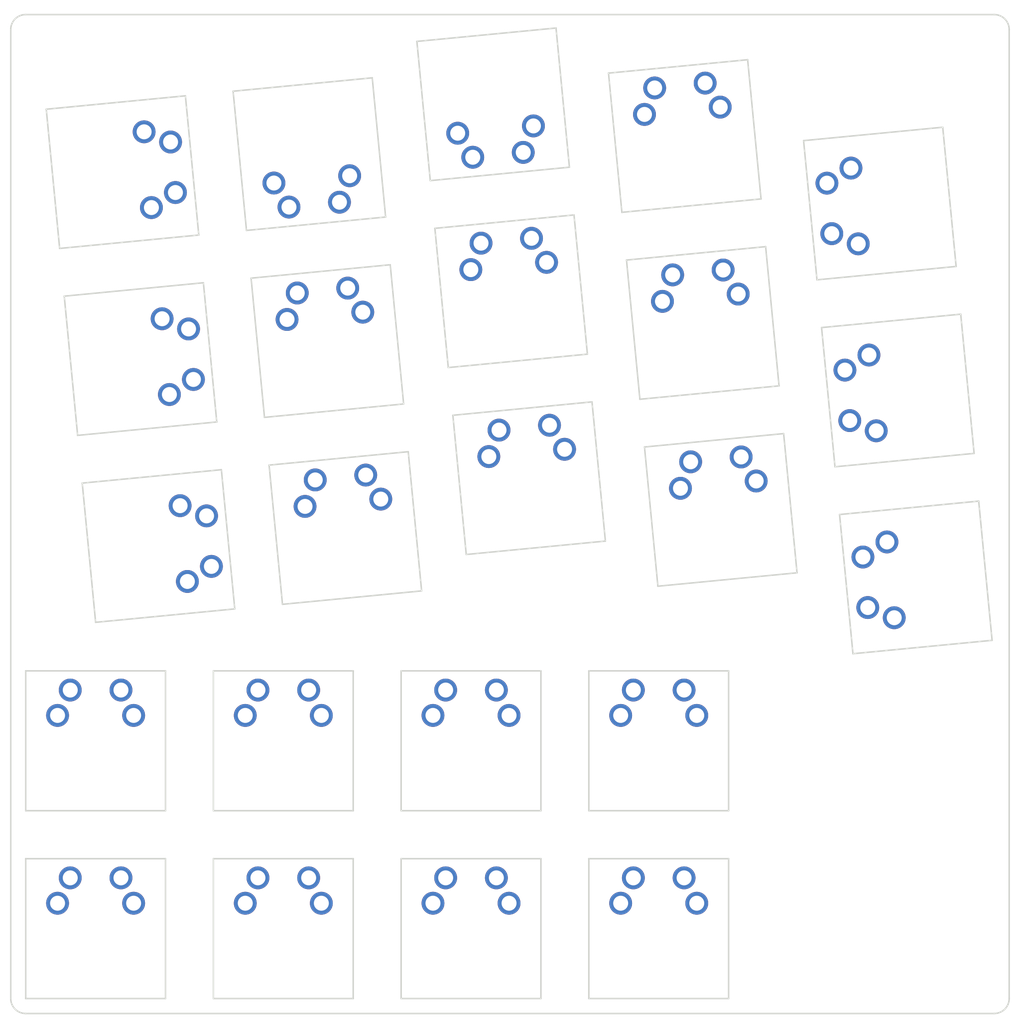
<source format=kicad_pcb>
(kicad_pcb (version 20171130) (host pcbnew 5.1.6)
  (title_block (title mitosis-top-plate) (rev v1.0.0) (company Unknown))
  (layers (0 F.Cu signal) (31 B.Cu signal) (34 B.Paste user) (35 F.Paste user) (36 B.SilkS user) (37 F.SilkS user) (38 B.Mask user) (39 F.Mask user) (44 Edge.Cuts user))
  (net 0 "")
  (net 1 "GND")
  (net 2 "t_c1_r1")
  (net 3 "t_c1_r2")
  (net 4 "t_c2_r1")
  (net 5 "t_c2_r2")
  (net 6 "t_c3_r1")
  (net 7 "t_c3_r2")
  (net 8 "t_c4_r1")
  (net 9 "t_c4_r2")
  (net 10 "m_c1_r1")
  (net 11 "m_c1_r2")
  (net 12 "m_c1_r3")
  (net 13 "m_c2_r1")
  (net 14 "m_c2_r2")
  (net 15 "m_c2_r3")
  (net 16 "m_c3_r1")
  (net 17 "m_c3_r2")
  (net 18 "m_c3_r3")
  (net 19 "m_c4_r1")
  (net 20 "m_c4_r2")
  (net 21 "m_c4_r3")
  (net 22 "m_c5_r1")
  (net 23 "m_c5_r2")
  (net 24 "m_c5_r3")
  (module MX (layer F.Cu) (at 8.5 -8.5 0)
    (fp_text reference "S1" hide)
    (fp_text value "" hide)
    (pad "" np_thru_hole circle (at 0 0) (size 3.9878 3.9878) (drill 3.9878) (layers *.Cu *.Mask))
    (pad "" np_thru_hole circle (at 5.08 0) (size 1.7018 1.7018) (drill 1.7018) (layers *.Cu *.Mask))
    (pad "" np_thru_hole circle (at -5.08 0) (size 1.7018 1.7018) (drill 1.7018) (layers *.Cu *.Mask))
    (pad 1 thru_hole circle (at 2.54 -5.08) (size 2.286 2.286) (drill 1.4986) (layers *.Cu *.Mask) (net 1 "GND"))
    (pad 2 thru_hole circle (at -3.81 -2.54) (size 2.286 2.286) (drill 1.4986) (layers *.Cu *.Mask) (net 2 "t_c1_r1"))
    (pad 1 thru_hole circle (at -2.54 -5.08) (size 2.286 2.286) (drill 1.4986) (layers *.Cu *.Mask) (net 1 "GND"))
    (pad 2 thru_hole circle (at 3.81 -2.54) (size 2.286 2.286) (drill 1.4986) (layers *.Cu *.Mask) (net 2 "t_c1_r1"))
  )
  (module MX (layer F.Cu) (at 8.5 -27.3 0)
    (fp_text reference "S2" hide)
    (fp_text value "" hide)
    (pad "" np_thru_hole circle (at 0 0) (size 3.9878 3.9878) (drill 3.9878) (layers *.Cu *.Mask))
    (pad "" np_thru_hole circle (at 5.08 0) (size 1.7018 1.7018) (drill 1.7018) (layers *.Cu *.Mask))
    (pad "" np_thru_hole circle (at -5.08 0) (size 1.7018 1.7018) (drill 1.7018) (layers *.Cu *.Mask))
    (pad 1 thru_hole circle (at 2.54 -5.08) (size 2.286 2.286) (drill 1.4986) (layers *.Cu *.Mask) (net 1 "GND"))
    (pad 2 thru_hole circle (at -3.81 -2.54) (size 2.286 2.286) (drill 1.4986) (layers *.Cu *.Mask) (net 3 "t_c1_r2"))
    (pad 1 thru_hole circle (at -2.54 -5.08) (size 2.286 2.286) (drill 1.4986) (layers *.Cu *.Mask) (net 1 "GND"))
    (pad 2 thru_hole circle (at 3.81 -2.54) (size 2.286 2.286) (drill 1.4986) (layers *.Cu *.Mask) (net 3 "t_c1_r2"))
  )
  (module MX (layer F.Cu) (at 27.3 -8.5 0)
    (fp_text reference "S3" hide)
    (fp_text value "" hide)
    (pad "" np_thru_hole circle (at 0 0) (size 3.9878 3.9878) (drill 3.9878) (layers *.Cu *.Mask))
    (pad "" np_thru_hole circle (at 5.08 0) (size 1.7018 1.7018) (drill 1.7018) (layers *.Cu *.Mask))
    (pad "" np_thru_hole circle (at -5.08 0) (size 1.7018 1.7018) (drill 1.7018) (layers *.Cu *.Mask))
    (pad 1 thru_hole circle (at 2.54 -5.08) (size 2.286 2.286) (drill 1.4986) (layers *.Cu *.Mask) (net 1 "GND"))
    (pad 2 thru_hole circle (at -3.81 -2.54) (size 2.286 2.286) (drill 1.4986) (layers *.Cu *.Mask) (net 4 "t_c2_r1"))
    (pad 1 thru_hole circle (at -2.54 -5.08) (size 2.286 2.286) (drill 1.4986) (layers *.Cu *.Mask) (net 1 "GND"))
    (pad 2 thru_hole circle (at 3.81 -2.54) (size 2.286 2.286) (drill 1.4986) (layers *.Cu *.Mask) (net 4 "t_c2_r1"))
  )
  (module MX (layer F.Cu) (at 27.3 -27.3 0)
    (fp_text reference "S4" hide)
    (fp_text value "" hide)
    (pad "" np_thru_hole circle (at 0 0) (size 3.9878 3.9878) (drill 3.9878) (layers *.Cu *.Mask))
    (pad "" np_thru_hole circle (at 5.08 0) (size 1.7018 1.7018) (drill 1.7018) (layers *.Cu *.Mask))
    (pad "" np_thru_hole circle (at -5.08 0) (size 1.7018 1.7018) (drill 1.7018) (layers *.Cu *.Mask))
    (pad 1 thru_hole circle (at 2.54 -5.08) (size 2.286 2.286) (drill 1.4986) (layers *.Cu *.Mask) (net 1 "GND"))
    (pad 2 thru_hole circle (at -3.81 -2.54) (size 2.286 2.286) (drill 1.4986) (layers *.Cu *.Mask) (net 5 "t_c2_r2"))
    (pad 1 thru_hole circle (at -2.54 -5.08) (size 2.286 2.286) (drill 1.4986) (layers *.Cu *.Mask) (net 1 "GND"))
    (pad 2 thru_hole circle (at 3.81 -2.54) (size 2.286 2.286) (drill 1.4986) (layers *.Cu *.Mask) (net 5 "t_c2_r2"))
  )
  (module MX (layer F.Cu) (at 46.1 -8.5 0)
    (fp_text reference "S5" hide)
    (fp_text value "" hide)
    (pad "" np_thru_hole circle (at 0 0) (size 3.9878 3.9878) (drill 3.9878) (layers *.Cu *.Mask))
    (pad "" np_thru_hole circle (at 5.08 0) (size 1.7018 1.7018) (drill 1.7018) (layers *.Cu *.Mask))
    (pad "" np_thru_hole circle (at -5.08 0) (size 1.7018 1.7018) (drill 1.7018) (layers *.Cu *.Mask))
    (pad 1 thru_hole circle (at 2.54 -5.08) (size 2.286 2.286) (drill 1.4986) (layers *.Cu *.Mask) (net 1 "GND"))
    (pad 2 thru_hole circle (at -3.81 -2.54) (size 2.286 2.286) (drill 1.4986) (layers *.Cu *.Mask) (net 6 "t_c3_r1"))
    (pad 1 thru_hole circle (at -2.54 -5.08) (size 2.286 2.286) (drill 1.4986) (layers *.Cu *.Mask) (net 1 "GND"))
    (pad 2 thru_hole circle (at 3.81 -2.54) (size 2.286 2.286) (drill 1.4986) (layers *.Cu *.Mask) (net 6 "t_c3_r1"))
  )
  (module MX (layer F.Cu) (at 46.1 -27.3 0)
    (fp_text reference "S6" hide)
    (fp_text value "" hide)
    (pad "" np_thru_hole circle (at 0 0) (size 3.9878 3.9878) (drill 3.9878) (layers *.Cu *.Mask))
    (pad "" np_thru_hole circle (at 5.08 0) (size 1.7018 1.7018) (drill 1.7018) (layers *.Cu *.Mask))
    (pad "" np_thru_hole circle (at -5.08 0) (size 1.7018 1.7018) (drill 1.7018) (layers *.Cu *.Mask))
    (pad 1 thru_hole circle (at 2.54 -5.08) (size 2.286 2.286) (drill 1.4986) (layers *.Cu *.Mask) (net 1 "GND"))
    (pad 2 thru_hole circle (at -3.81 -2.54) (size 2.286 2.286) (drill 1.4986) (layers *.Cu *.Mask) (net 7 "t_c3_r2"))
    (pad 1 thru_hole circle (at -2.54 -5.08) (size 2.286 2.286) (drill 1.4986) (layers *.Cu *.Mask) (net 1 "GND"))
    (pad 2 thru_hole circle (at 3.81 -2.54) (size 2.286 2.286) (drill 1.4986) (layers *.Cu *.Mask) (net 7 "t_c3_r2"))
  )
  (module MX (layer F.Cu) (at 64.9 -8.5 0)
    (fp_text reference "S7" hide)
    (fp_text value "" hide)
    (pad "" np_thru_hole circle (at 0 0) (size 3.9878 3.9878) (drill 3.9878) (layers *.Cu *.Mask))
    (pad "" np_thru_hole circle (at 5.08 0) (size 1.7018 1.7018) (drill 1.7018) (layers *.Cu *.Mask))
    (pad "" np_thru_hole circle (at -5.08 0) (size 1.7018 1.7018) (drill 1.7018) (layers *.Cu *.Mask))
    (pad 1 thru_hole circle (at 2.54 -5.08) (size 2.286 2.286) (drill 1.4986) (layers *.Cu *.Mask) (net 1 "GND"))
    (pad 2 thru_hole circle (at -3.81 -2.54) (size 2.286 2.286) (drill 1.4986) (layers *.Cu *.Mask) (net 8 "t_c4_r1"))
    (pad 1 thru_hole circle (at -2.54 -5.08) (size 2.286 2.286) (drill 1.4986) (layers *.Cu *.Mask) (net 1 "GND"))
    (pad 2 thru_hole circle (at 3.81 -2.54) (size 2.286 2.286) (drill 1.4986) (layers *.Cu *.Mask) (net 8 "t_c4_r1"))
  )
  (module MX (layer F.Cu) (at 64.9 -27.3 0)
    (fp_text reference "S8" hide)
    (fp_text value "" hide)
    (pad "" np_thru_hole circle (at 0 0) (size 3.9878 3.9878) (drill 3.9878) (layers *.Cu *.Mask))
    (pad "" np_thru_hole circle (at 5.08 0) (size 1.7018 1.7018) (drill 1.7018) (layers *.Cu *.Mask))
    (pad "" np_thru_hole circle (at -5.08 0) (size 1.7018 1.7018) (drill 1.7018) (layers *.Cu *.Mask))
    (pad 1 thru_hole circle (at 2.54 -5.08) (size 2.286 2.286) (drill 1.4986) (layers *.Cu *.Mask) (net 1 "GND"))
    (pad 2 thru_hole circle (at -3.81 -2.54) (size 2.286 2.286) (drill 1.4986) (layers *.Cu *.Mask) (net 9 "t_c4_r2"))
    (pad 1 thru_hole circle (at -2.54 -5.08) (size 2.286 2.286) (drill 1.4986) (layers *.Cu *.Mask) (net 1 "GND"))
    (pad 2 thru_hole circle (at 3.81 -2.54) (size 2.286 2.286) (drill 1.4986) (layers *.Cu *.Mask) (net 9 "t_c4_r2"))
  )
  (module MX (layer F.Cu) (at 14.8 -46.8 -84.5)
    (fp_text reference "S9" hide)
    (fp_text value "" hide)
    (pad "" np_thru_hole circle (at 0 0) (size 3.9878 3.9878) (drill 3.9878) (layers *.Cu *.Mask))
    (pad "" np_thru_hole circle (at 5.08 0) (size 1.7018 1.7018) (drill 1.7018) (layers *.Cu *.Mask))
    (pad "" np_thru_hole circle (at -5.08 0) (size 1.7018 1.7018) (drill 1.7018) (layers *.Cu *.Mask))
    (pad 1 thru_hole circle (at 2.54 -5.08) (size 2.286 2.286) (drill 1.4986) (layers *.Cu *.Mask) (net 1 "GND"))
    (pad 2 thru_hole circle (at -3.81 -2.54) (size 2.286 2.286) (drill 1.4986) (layers *.Cu *.Mask) (net 10 "m_c1_r1"))
    (pad 1 thru_hole circle (at -2.54 -5.08) (size 2.286 2.286) (drill 1.4986) (layers *.Cu *.Mask) (net 1 "GND"))
    (pad 2 thru_hole circle (at 3.81 -2.54) (size 2.286 2.286) (drill 1.4986) (layers *.Cu *.Mask) (net 10 "m_c1_r1"))
  )
  (module MX (layer F.Cu) (at 12.998099900000001 -65.5134485 -84.5)
    (fp_text reference "S10" hide)
    (fp_text value "" hide)
    (pad "" np_thru_hole circle (at 0 0) (size 3.9878 3.9878) (drill 3.9878) (layers *.Cu *.Mask))
    (pad "" np_thru_hole circle (at 5.08 0) (size 1.7018 1.7018) (drill 1.7018) (layers *.Cu *.Mask))
    (pad "" np_thru_hole circle (at -5.08 0) (size 1.7018 1.7018) (drill 1.7018) (layers *.Cu *.Mask))
    (pad 1 thru_hole circle (at 2.54 -5.08) (size 2.286 2.286) (drill 1.4986) (layers *.Cu *.Mask) (net 1 "GND"))
    (pad 2 thru_hole circle (at -3.81 -2.54) (size 2.286 2.286) (drill 1.4986) (layers *.Cu *.Mask) (net 11 "m_c1_r2"))
    (pad 1 thru_hole circle (at -2.54 -5.08) (size 2.286 2.286) (drill 1.4986) (layers *.Cu *.Mask) (net 1 "GND"))
    (pad 2 thru_hole circle (at 3.81 -2.54) (size 2.286 2.286) (drill 1.4986) (layers *.Cu *.Mask) (net 11 "m_c1_r2"))
  )
  (module MX (layer F.Cu) (at 11.196199700000001 -84.2268971 -84.5)
    (fp_text reference "S11" hide)
    (fp_text value "" hide)
    (pad "" np_thru_hole circle (at 0 0) (size 3.9878 3.9878) (drill 3.9878) (layers *.Cu *.Mask))
    (pad "" np_thru_hole circle (at 5.08 0) (size 1.7018 1.7018) (drill 1.7018) (layers *.Cu *.Mask))
    (pad "" np_thru_hole circle (at -5.08 0) (size 1.7018 1.7018) (drill 1.7018) (layers *.Cu *.Mask))
    (pad 1 thru_hole circle (at 2.54 -5.08) (size 2.286 2.286) (drill 1.4986) (layers *.Cu *.Mask) (net 1 "GND"))
    (pad 2 thru_hole circle (at -3.81 -2.54) (size 2.286 2.286) (drill 1.4986) (layers *.Cu *.Mask) (net 12 "m_c1_r3"))
    (pad 1 thru_hole circle (at -2.54 -5.08) (size 2.286 2.286) (drill 1.4986) (layers *.Cu *.Mask) (net 1 "GND"))
    (pad 2 thru_hole circle (at 3.81 -2.54) (size 2.286 2.286) (drill 1.4986) (layers *.Cu *.Mask) (net 12 "m_c1_r3"))
  )
  (module MX (layer F.Cu) (at 33.513448499999996 -48.601900099999995 5.5)
    (fp_text reference "S12" hide)
    (fp_text value "" hide)
    (pad "" np_thru_hole circle (at 0 0) (size 3.9878 3.9878) (drill 3.9878) (layers *.Cu *.Mask))
    (pad "" np_thru_hole circle (at 5.08 0) (size 1.7018 1.7018) (drill 1.7018) (layers *.Cu *.Mask))
    (pad "" np_thru_hole circle (at -5.08 0) (size 1.7018 1.7018) (drill 1.7018) (layers *.Cu *.Mask))
    (pad 1 thru_hole circle (at 2.54 -5.08) (size 2.286 2.286) (drill 1.4986) (layers *.Cu *.Mask) (net 1 "GND"))
    (pad 2 thru_hole circle (at -3.81 -2.54) (size 2.286 2.286) (drill 1.4986) (layers *.Cu *.Mask) (net 13 "m_c2_r1"))
    (pad 1 thru_hole circle (at -2.54 -5.08) (size 2.286 2.286) (drill 1.4986) (layers *.Cu *.Mask) (net 1 "GND"))
    (pad 2 thru_hole circle (at 3.81 -2.54) (size 2.286 2.286) (drill 1.4986) (layers *.Cu *.Mask) (net 13 "m_c2_r1"))
  )
  (module MX (layer F.Cu) (at 31.7115484 -67.3153487 5.5)
    (fp_text reference "S13" hide)
    (fp_text value "" hide)
    (pad "" np_thru_hole circle (at 0 0) (size 3.9878 3.9878) (drill 3.9878) (layers *.Cu *.Mask))
    (pad "" np_thru_hole circle (at 5.08 0) (size 1.7018 1.7018) (drill 1.7018) (layers *.Cu *.Mask))
    (pad "" np_thru_hole circle (at -5.08 0) (size 1.7018 1.7018) (drill 1.7018) (layers *.Cu *.Mask))
    (pad 1 thru_hole circle (at 2.54 -5.08) (size 2.286 2.286) (drill 1.4986) (layers *.Cu *.Mask) (net 1 "GND"))
    (pad 2 thru_hole circle (at -3.81 -2.54) (size 2.286 2.286) (drill 1.4986) (layers *.Cu *.Mask) (net 14 "m_c2_r2"))
    (pad 1 thru_hole circle (at -2.54 -5.08) (size 2.286 2.286) (drill 1.4986) (layers *.Cu *.Mask) (net 1 "GND"))
    (pad 2 thru_hole circle (at 3.81 -2.54) (size 2.286 2.286) (drill 1.4986) (layers *.Cu *.Mask) (net 14 "m_c2_r2"))
  )
  (module MX (layer F.Cu) (at 29.9096482 -86.0287972 185.5)
    (fp_text reference "S14" hide)
    (fp_text value "" hide)
    (pad "" np_thru_hole circle (at 0 0) (size 3.9878 3.9878) (drill 3.9878) (layers *.Cu *.Mask))
    (pad "" np_thru_hole circle (at 5.08 0) (size 1.7018 1.7018) (drill 1.7018) (layers *.Cu *.Mask))
    (pad "" np_thru_hole circle (at -5.08 0) (size 1.7018 1.7018) (drill 1.7018) (layers *.Cu *.Mask))
    (pad 1 thru_hole circle (at 2.54 -5.08) (size 2.286 2.286) (drill 1.4986) (layers *.Cu *.Mask) (net 1 "GND"))
    (pad 2 thru_hole circle (at -3.81 -2.54) (size 2.286 2.286) (drill 1.4986) (layers *.Cu *.Mask) (net 15 "m_c2_r3"))
    (pad 1 thru_hole circle (at -2.54 -5.08) (size 2.286 2.286) (drill 1.4986) (layers *.Cu *.Mask) (net 1 "GND"))
    (pad 2 thru_hole circle (at 3.81 -2.54) (size 2.286 2.286) (drill 1.4986) (layers *.Cu *.Mask) (net 15 "m_c2_r3"))
  )
  (module MX (layer F.Cu) (at 51.920190700000006 -53.5890681 5.5)
    (fp_text reference "S15" hide)
    (fp_text value "" hide)
    (pad "" np_thru_hole circle (at 0 0) (size 3.9878 3.9878) (drill 3.9878) (layers *.Cu *.Mask))
    (pad "" np_thru_hole circle (at 5.08 0) (size 1.7018 1.7018) (drill 1.7018) (layers *.Cu *.Mask))
    (pad "" np_thru_hole circle (at -5.08 0) (size 1.7018 1.7018) (drill 1.7018) (layers *.Cu *.Mask))
    (pad 1 thru_hole circle (at 2.54 -5.08) (size 2.286 2.286) (drill 1.4986) (layers *.Cu *.Mask) (net 1 "GND"))
    (pad 2 thru_hole circle (at -3.81 -2.54) (size 2.286 2.286) (drill 1.4986) (layers *.Cu *.Mask) (net 16 "m_c3_r1"))
    (pad 1 thru_hole circle (at -2.54 -5.08) (size 2.286 2.286) (drill 1.4986) (layers *.Cu *.Mask) (net 1 "GND"))
    (pad 2 thru_hole circle (at 3.81 -2.54) (size 2.286 2.286) (drill 1.4986) (layers *.Cu *.Mask) (net 16 "m_c3_r1"))
  )
  (module MX (layer F.Cu) (at 50.1182905 -72.3025167 5.5)
    (fp_text reference "S16" hide)
    (fp_text value "" hide)
    (pad "" np_thru_hole circle (at 0 0) (size 3.9878 3.9878) (drill 3.9878) (layers *.Cu *.Mask))
    (pad "" np_thru_hole circle (at 5.08 0) (size 1.7018 1.7018) (drill 1.7018) (layers *.Cu *.Mask))
    (pad "" np_thru_hole circle (at -5.08 0) (size 1.7018 1.7018) (drill 1.7018) (layers *.Cu *.Mask))
    (pad 1 thru_hole circle (at 2.54 -5.08) (size 2.286 2.286) (drill 1.4986) (layers *.Cu *.Mask) (net 1 "GND"))
    (pad 2 thru_hole circle (at -3.81 -2.54) (size 2.286 2.286) (drill 1.4986) (layers *.Cu *.Mask) (net 17 "m_c3_r2"))
    (pad 1 thru_hole circle (at -2.54 -5.08) (size 2.286 2.286) (drill 1.4986) (layers *.Cu *.Mask) (net 1 "GND"))
    (pad 2 thru_hole circle (at 3.81 -2.54) (size 2.286 2.286) (drill 1.4986) (layers *.Cu *.Mask) (net 17 "m_c3_r2"))
  )
  (module MX (layer F.Cu) (at 48.3163904 -91.0159652 185.5)
    (fp_text reference "S17" hide)
    (fp_text value "" hide)
    (pad "" np_thru_hole circle (at 0 0) (size 3.9878 3.9878) (drill 3.9878) (layers *.Cu *.Mask))
    (pad "" np_thru_hole circle (at 5.08 0) (size 1.7018 1.7018) (drill 1.7018) (layers *.Cu *.Mask))
    (pad "" np_thru_hole circle (at -5.08 0) (size 1.7018 1.7018) (drill 1.7018) (layers *.Cu *.Mask))
    (pad 1 thru_hole circle (at 2.54 -5.08) (size 2.286 2.286) (drill 1.4986) (layers *.Cu *.Mask) (net 1 "GND"))
    (pad 2 thru_hole circle (at -3.81 -2.54) (size 2.286 2.286) (drill 1.4986) (layers *.Cu *.Mask) (net 18 "m_c3_r3"))
    (pad 1 thru_hole circle (at -2.54 -5.08) (size 2.286 2.286) (drill 1.4986) (layers *.Cu *.Mask) (net 1 "GND"))
    (pad 2 thru_hole circle (at 3.81 -2.54) (size 2.286 2.286) (drill 1.4986) (layers *.Cu *.Mask) (net 18 "m_c3_r3"))
  )
  (module MX (layer F.Cu) (at 71.1128679 -50.413987299999995 5.5)
    (fp_text reference "S18" hide)
    (fp_text value "" hide)
    (pad "" np_thru_hole circle (at 0 0) (size 3.9878 3.9878) (drill 3.9878) (layers *.Cu *.Mask))
    (pad "" np_thru_hole circle (at 5.08 0) (size 1.7018 1.7018) (drill 1.7018) (layers *.Cu *.Mask))
    (pad "" np_thru_hole circle (at -5.08 0) (size 1.7018 1.7018) (drill 1.7018) (layers *.Cu *.Mask))
    (pad 1 thru_hole circle (at 2.54 -5.08) (size 2.286 2.286) (drill 1.4986) (layers *.Cu *.Mask) (net 1 "GND"))
    (pad 2 thru_hole circle (at -3.81 -2.54) (size 2.286 2.286) (drill 1.4986) (layers *.Cu *.Mask) (net 19 "m_c4_r1"))
    (pad 1 thru_hole circle (at -2.54 -5.08) (size 2.286 2.286) (drill 1.4986) (layers *.Cu *.Mask) (net 1 "GND"))
    (pad 2 thru_hole circle (at 3.81 -2.54) (size 2.286 2.286) (drill 1.4986) (layers *.Cu *.Mask) (net 19 "m_c4_r1"))
  )
  (module MX (layer F.Cu) (at 69.3109678 -69.1274358 5.5)
    (fp_text reference "S19" hide)
    (fp_text value "" hide)
    (pad "" np_thru_hole circle (at 0 0) (size 3.9878 3.9878) (drill 3.9878) (layers *.Cu *.Mask))
    (pad "" np_thru_hole circle (at 5.08 0) (size 1.7018 1.7018) (drill 1.7018) (layers *.Cu *.Mask))
    (pad "" np_thru_hole circle (at -5.08 0) (size 1.7018 1.7018) (drill 1.7018) (layers *.Cu *.Mask))
    (pad 1 thru_hole circle (at 2.54 -5.08) (size 2.286 2.286) (drill 1.4986) (layers *.Cu *.Mask) (net 1 "GND"))
    (pad 2 thru_hole circle (at -3.81 -2.54) (size 2.286 2.286) (drill 1.4986) (layers *.Cu *.Mask) (net 20 "m_c4_r2"))
    (pad 1 thru_hole circle (at -2.54 -5.08) (size 2.286 2.286) (drill 1.4986) (layers *.Cu *.Mask) (net 1 "GND"))
    (pad 2 thru_hole circle (at 3.81 -2.54) (size 2.286 2.286) (drill 1.4986) (layers *.Cu *.Mask) (net 20 "m_c4_r2"))
  )
  (module MX (layer F.Cu) (at 67.5090676 -87.8408843 5.5)
    (fp_text reference "S20" hide)
    (fp_text value "" hide)
    (pad "" np_thru_hole circle (at 0 0) (size 3.9878 3.9878) (drill 3.9878) (layers *.Cu *.Mask))
    (pad "" np_thru_hole circle (at 5.08 0) (size 1.7018 1.7018) (drill 1.7018) (layers *.Cu *.Mask))
    (pad "" np_thru_hole circle (at -5.08 0) (size 1.7018 1.7018) (drill 1.7018) (layers *.Cu *.Mask))
    (pad 1 thru_hole circle (at 2.54 -5.08) (size 2.286 2.286) (drill 1.4986) (layers *.Cu *.Mask) (net 1 "GND"))
    (pad 2 thru_hole circle (at -3.81 -2.54) (size 2.286 2.286) (drill 1.4986) (layers *.Cu *.Mask) (net 21 "m_c4_r3"))
    (pad 1 thru_hole circle (at -2.54 -5.08) (size 2.286 2.286) (drill 1.4986) (layers *.Cu *.Mask) (net 1 "GND"))
    (pad 2 thru_hole circle (at 3.81 -2.54) (size 2.286 2.286) (drill 1.4986) (layers *.Cu *.Mask) (net 21 "m_c4_r3"))
  )
  (module MX (layer F.Cu) (at 90.6505899 -43.6554801 95.5)
    (fp_text reference "S21" hide)
    (fp_text value "" hide)
    (pad "" np_thru_hole circle (at 0 0) (size 3.9878 3.9878) (drill 3.9878) (layers *.Cu *.Mask))
    (pad "" np_thru_hole circle (at 5.08 0) (size 1.7018 1.7018) (drill 1.7018) (layers *.Cu *.Mask))
    (pad "" np_thru_hole circle (at -5.08 0) (size 1.7018 1.7018) (drill 1.7018) (layers *.Cu *.Mask))
    (pad 1 thru_hole circle (at 2.54 -5.08) (size 2.286 2.286) (drill 1.4986) (layers *.Cu *.Mask) (net 1 "GND"))
    (pad 2 thru_hole circle (at -3.81 -2.54) (size 2.286 2.286) (drill 1.4986) (layers *.Cu *.Mask) (net 22 "m_c5_r1"))
    (pad 1 thru_hole circle (at -2.54 -5.08) (size 2.286 2.286) (drill 1.4986) (layers *.Cu *.Mask) (net 1 "GND"))
    (pad 2 thru_hole circle (at 3.81 -2.54) (size 2.286 2.286) (drill 1.4986) (layers *.Cu *.Mask) (net 22 "m_c5_r1"))
  )
  (module MX (layer F.Cu) (at 88.8486898 -62.3689287 95.5)
    (fp_text reference "S22" hide)
    (fp_text value "" hide)
    (pad "" np_thru_hole circle (at 0 0) (size 3.9878 3.9878) (drill 3.9878) (layers *.Cu *.Mask))
    (pad "" np_thru_hole circle (at 5.08 0) (size 1.7018 1.7018) (drill 1.7018) (layers *.Cu *.Mask))
    (pad "" np_thru_hole circle (at -5.08 0) (size 1.7018 1.7018) (drill 1.7018) (layers *.Cu *.Mask))
    (pad 1 thru_hole circle (at 2.54 -5.08) (size 2.286 2.286) (drill 1.4986) (layers *.Cu *.Mask) (net 1 "GND"))
    (pad 2 thru_hole circle (at -3.81 -2.54) (size 2.286 2.286) (drill 1.4986) (layers *.Cu *.Mask) (net 23 "m_c5_r2"))
    (pad 1 thru_hole circle (at -2.54 -5.08) (size 2.286 2.286) (drill 1.4986) (layers *.Cu *.Mask) (net 1 "GND"))
    (pad 2 thru_hole circle (at 3.81 -2.54) (size 2.286 2.286) (drill 1.4986) (layers *.Cu *.Mask) (net 23 "m_c5_r2"))
  )
  (module MX (layer F.Cu) (at 87.0467896 -81.0823772 95.5)
    (fp_text reference "S23" hide)
    (fp_text value "" hide)
    (pad "" np_thru_hole circle (at 0 0) (size 3.9878 3.9878) (drill 3.9878) (layers *.Cu *.Mask))
    (pad "" np_thru_hole circle (at 5.08 0) (size 1.7018 1.7018) (drill 1.7018) (layers *.Cu *.Mask))
    (pad "" np_thru_hole circle (at -5.08 0) (size 1.7018 1.7018) (drill 1.7018) (layers *.Cu *.Mask))
    (pad 1 thru_hole circle (at 2.54 -5.08) (size 2.286 2.286) (drill 1.4986) (layers *.Cu *.Mask) (net 1 "GND"))
    (pad 2 thru_hole circle (at -3.81 -2.54) (size 2.286 2.286) (drill 1.4986) (layers *.Cu *.Mask) (net 24 "m_c5_r3"))
    (pad 1 thru_hole circle (at -2.54 -5.08) (size 2.286 2.286) (drill 1.4986) (layers *.Cu *.Mask) (net 1 "GND"))
    (pad 2 thru_hole circle (at 3.81 -2.54) (size 2.286 2.286) (drill 1.4986) (layers *.Cu *.Mask) (net 24 "m_c5_r3"))
  )
  (footprint "MountingHole:MountingHole_2.2mm_M2" (layer "F.Cu") (at 2.5 -38 0)
    (pad "" np_thru_hole circle (at 0 0) (size 2.2 2.2) (drill 2.2) (layers *.Cu *.Mask))
  )
  (footprint "MountingHole:MountingHole_2.2mm_M2" (layer "F.Cu") (at 2.5 -97.5 0)
    (pad "" np_thru_hole circle (at 0 0) (size 2.2 2.2) (drill 2.2) (layers *.Cu *.Mask))
  )
  (footprint "MountingHole:MountingHole_2.2mm_M2" (layer "F.Cu") (at 97.5 -2.5 0)
    (pad "" np_thru_hole circle (at 0 0) (size 2.2 2.2) (drill 2.2) (layers *.Cu *.Mask))
  )
  (footprint "MountingHole:MountingHole_2.2mm_M2" (layer "F.Cu") (at 97.5 -97.5 0)
    (pad "" np_thru_hole circle (at 0 0) (size 2.2 2.2) (drill 2.2) (layers *.Cu *.Mask))
  )
  (gr_line (start 1.5 -1.5) (end 15.5 -1.5) (angle 90) (layer Edge.Cuts) (width 0.15))
  (gr_line (start 15.5 -1.5) (end 15.5 -15.5) (angle 90) (layer Edge.Cuts) (width 0.15))
  (gr_line (start 15.5 -15.5) (end 1.5 -15.5) (angle 90) (layer Edge.Cuts) (width 0.15))
  (gr_line (start 1.5 -15.5) (end 1.5 -1.5) (angle 90) (layer Edge.Cuts) (width 0.15))
  (gr_line (start 1.5 -20.3) (end 15.5 -20.3) (angle 90) (layer Edge.Cuts) (width 0.15))
  (gr_line (start 15.5 -20.3) (end 15.5 -34.3) (angle 90) (layer Edge.Cuts) (width 0.15))
  (gr_line (start 15.5 -34.3) (end 1.5 -34.3) (angle 90) (layer Edge.Cuts) (width 0.15))
  (gr_line (start 1.5 -34.3) (end 1.5 -20.3) (angle 90) (layer Edge.Cuts) (width 0.15))
  (gr_line (start 20.3 -1.5) (end 34.3 -1.5) (angle 90) (layer Edge.Cuts) (width 0.15))
  (gr_line (start 34.3 -1.5) (end 34.3 -15.5) (angle 90) (layer Edge.Cuts) (width 0.15))
  (gr_line (start 34.3 -15.5) (end 20.3 -15.5) (angle 90) (layer Edge.Cuts) (width 0.15))
  (gr_line (start 20.3 -15.5) (end 20.3 -1.5) (angle 90) (layer Edge.Cuts) (width 0.15))
  (gr_line (start 20.3 -20.3) (end 34.3 -20.3) (angle 90) (layer Edge.Cuts) (width 0.15))
  (gr_line (start 34.3 -20.3) (end 34.3 -34.3) (angle 90) (layer Edge.Cuts) (width 0.15))
  (gr_line (start 34.3 -34.3) (end 20.3 -34.3) (angle 90) (layer Edge.Cuts) (width 0.15))
  (gr_line (start 20.3 -34.3) (end 20.3 -20.3) (angle 90) (layer Edge.Cuts) (width 0.15))
  (gr_line (start 39.1 -1.5) (end 53.1 -1.5) (angle 90) (layer Edge.Cuts) (width 0.15))
  (gr_line (start 53.1 -1.5) (end 53.1 -15.5) (angle 90) (layer Edge.Cuts) (width 0.15))
  (gr_line (start 53.1 -15.5) (end 39.1 -15.5) (angle 90) (layer Edge.Cuts) (width 0.15))
  (gr_line (start 39.1 -15.5) (end 39.1 -1.5) (angle 90) (layer Edge.Cuts) (width 0.15))
  (gr_line (start 39.1 -20.3) (end 53.1 -20.3) (angle 90) (layer Edge.Cuts) (width 0.15))
  (gr_line (start 53.1 -20.3) (end 53.1 -34.3) (angle 90) (layer Edge.Cuts) (width 0.15))
  (gr_line (start 53.1 -34.3) (end 39.1 -34.3) (angle 90) (layer Edge.Cuts) (width 0.15))
  (gr_line (start 39.1 -34.3) (end 39.1 -20.3) (angle 90) (layer Edge.Cuts) (width 0.15))
  (gr_line (start 57.900000000000006 -1.5) (end 71.9 -1.5) (angle 90) (layer Edge.Cuts) (width 0.15))
  (gr_line (start 71.9 -1.5) (end 71.9 -15.5) (angle 90) (layer Edge.Cuts) (width 0.15))
  (gr_line (start 71.9 -15.5) (end 57.900000000000006 -15.5) (angle 90) (layer Edge.Cuts) (width 0.15))
  (gr_line (start 57.900000000000006 -15.5) (end 57.900000000000006 -1.5) (angle 90) (layer Edge.Cuts) (width 0.15))
  (gr_line (start 57.900000000000006 -20.3) (end 71.9 -20.3) (angle 90) (layer Edge.Cuts) (width 0.15))
  (gr_line (start 71.9 -20.3) (end 71.9 -34.3) (angle 90) (layer Edge.Cuts) (width 0.15))
  (gr_line (start 71.9 -34.3) (end 57.900000000000006 -34.3) (angle 90) (layer Edge.Cuts) (width 0.15))
  (gr_line (start 57.900000000000006 -34.3) (end 57.900000000000006 -20.3) (angle 90) (layer Edge.Cuts) (width 0.15))
  (gr_line (start 7.161306300000001 -53.0968531) (end 8.5031469 -39.1613063) (angle 90) (layer Edge.Cuts) (width 0.15))
  (gr_line (start 8.5031469 -39.1613063) (end 22.4386937 -40.5031469) (angle 90) (layer Edge.Cuts) (width 0.15))
  (gr_line (start 22.4386937 -40.5031469) (end 21.0968531 -54.4386937) (angle 90) (layer Edge.Cuts) (width 0.15))
  (gr_line (start 21.0968531 -54.4386937) (end 7.161306300000001 -53.0968531) (angle 90) (layer Edge.Cuts) (width 0.15))
  (gr_line (start 5.359406200000001 -71.8103016) (end 6.701246800000002 -57.8747548) (angle 90) (layer Edge.Cuts) (width 0.15))
  (gr_line (start 6.701246800000002 -57.8747548) (end 20.636793600000004 -59.216595399999996) (angle 90) (layer Edge.Cuts) (width 0.15))
  (gr_line (start 20.636793600000004 -59.216595399999996) (end 19.294953 -73.1521422) (angle 90) (layer Edge.Cuts) (width 0.15))
  (gr_line (start 19.294953 -73.1521422) (end 5.359406200000001 -71.8103016) (angle 90) (layer Edge.Cuts) (width 0.15))
  (gr_line (start 3.557506000000001 -90.5237502) (end 4.899346600000001 -76.5882034) (angle 90) (layer Edge.Cuts) (width 0.15))
  (gr_line (start 4.899346600000001 -76.5882034) (end 18.834893400000002 -77.93004400000001) (angle 90) (layer Edge.Cuts) (width 0.15))
  (gr_line (start 18.834893400000002 -77.93004400000001) (end 17.4930528 -91.8655908) (angle 90) (layer Edge.Cuts) (width 0.15))
  (gr_line (start 17.4930528 -91.8655908) (end 3.557506000000001 -90.5237502) (angle 90) (layer Edge.Cuts) (width 0.15))
  (gr_line (start 27.216595399999996 -40.9632064) (end 41.1521422 -42.305046999999995) (angle 90) (layer Edge.Cuts) (width 0.15))
  (gr_line (start 41.1521422 -42.305046999999995) (end 39.810301599999995 -56.2405938) (angle 90) (layer Edge.Cuts) (width 0.15))
  (gr_line (start 39.810301599999995 -56.2405938) (end 25.874754799999995 -54.898753199999994) (angle 90) (layer Edge.Cuts) (width 0.15))
  (gr_line (start 25.874754799999995 -54.898753199999994) (end 27.216595399999996 -40.9632064) (angle 90) (layer Edge.Cuts) (width 0.15))
  (gr_line (start 25.4146953 -59.676655000000004) (end 39.3502421 -61.0184956) (angle 90) (layer Edge.Cuts) (width 0.15))
  (gr_line (start 39.3502421 -61.0184956) (end 38.008401500000005 -74.9540424) (angle 90) (layer Edge.Cuts) (width 0.15))
  (gr_line (start 38.008401500000005 -74.9540424) (end 24.0728547 -73.61220180000001) (angle 90) (layer Edge.Cuts) (width 0.15))
  (gr_line (start 24.0728547 -73.61220180000001) (end 25.4146953 -59.676655000000004) (angle 90) (layer Edge.Cuts) (width 0.15))
  (gr_line (start 36.2065013 -93.6674909) (end 22.2709545 -92.3256503) (angle 90) (layer Edge.Cuts) (width 0.15))
  (gr_line (start 22.2709545 -92.3256503) (end 23.6127951 -78.3901035) (angle 90) (layer Edge.Cuts) (width 0.15))
  (gr_line (start 23.6127951 -78.3901035) (end 37.5483419 -79.73194409999999) (angle 90) (layer Edge.Cuts) (width 0.15))
  (gr_line (start 37.5483419 -79.73194409999999) (end 36.2065013 -93.6674909) (angle 90) (layer Edge.Cuts) (width 0.15))
  (gr_line (start 45.623337600000006 -45.9503744) (end 59.55888440000001 -47.292215) (angle 90) (layer Edge.Cuts) (width 0.15))
  (gr_line (start 59.55888440000001 -47.292215) (end 58.217043800000006 -61.227761799999996) (angle 90) (layer Edge.Cuts) (width 0.15))
  (gr_line (start 58.217043800000006 -61.227761799999996) (end 44.28149700000001 -59.8859212) (angle 90) (layer Edge.Cuts) (width 0.15))
  (gr_line (start 44.28149700000001 -59.8859212) (end 45.623337600000006 -45.9503744) (angle 90) (layer Edge.Cuts) (width 0.15))
  (gr_line (start 43.8214374 -64.663823) (end 57.756984200000005 -66.00566359999999) (angle 90) (layer Edge.Cuts) (width 0.15))
  (gr_line (start 57.756984200000005 -66.00566359999999) (end 56.4151436 -79.9412104) (angle 90) (layer Edge.Cuts) (width 0.15))
  (gr_line (start 56.4151436 -79.9412104) (end 42.4795968 -78.5993698) (angle 90) (layer Edge.Cuts) (width 0.15))
  (gr_line (start 42.4795968 -78.5993698) (end 43.8214374 -64.663823) (angle 90) (layer Edge.Cuts) (width 0.15))
  (gr_line (start 54.6132435 -98.6546589) (end 40.677696700000006 -97.3128183) (angle 90) (layer Edge.Cuts) (width 0.15))
  (gr_line (start 40.677696700000006 -97.3128183) (end 42.0195373 -83.37727149999999) (angle 90) (layer Edge.Cuts) (width 0.15))
  (gr_line (start 42.0195373 -83.37727149999999) (end 55.95508410000001 -84.71911209999999) (angle 90) (layer Edge.Cuts) (width 0.15))
  (gr_line (start 55.95508410000001 -84.71911209999999) (end 54.6132435 -98.6546589) (angle 90) (layer Edge.Cuts) (width 0.15))
  (gr_line (start 64.8160148 -42.7752936) (end 78.7515616 -44.117134199999995) (angle 90) (layer Edge.Cuts) (width 0.15))
  (gr_line (start 78.7515616 -44.117134199999995) (end 77.40972099999999 -58.05268099999999) (angle 90) (layer Edge.Cuts) (width 0.15))
  (gr_line (start 77.40972099999999 -58.05268099999999) (end 63.4741742 -56.710840399999995) (angle 90) (layer Edge.Cuts) (width 0.15))
  (gr_line (start 63.4741742 -56.710840399999995) (end 64.8160148 -42.7752936) (angle 90) (layer Edge.Cuts) (width 0.15))
  (gr_line (start 63.0141147 -61.4887421) (end 76.9496615 -62.8305827) (angle 90) (layer Edge.Cuts) (width 0.15))
  (gr_line (start 76.9496615 -62.8305827) (end 75.60782090000001 -76.7661295) (angle 90) (layer Edge.Cuts) (width 0.15))
  (gr_line (start 75.60782090000001 -76.7661295) (end 61.6722741 -75.4242889) (angle 90) (layer Edge.Cuts) (width 0.15))
  (gr_line (start 61.6722741 -75.4242889) (end 63.0141147 -61.4887421) (angle 90) (layer Edge.Cuts) (width 0.15))
  (gr_line (start 61.212214499999995 -80.2021906) (end 75.1477613 -81.5440312) (angle 90) (layer Edge.Cuts) (width 0.15))
  (gr_line (start 75.1477613 -81.5440312) (end 73.8059207 -95.479578) (angle 90) (layer Edge.Cuts) (width 0.15))
  (gr_line (start 73.8059207 -95.479578) (end 59.8703739 -94.13773739999999) (angle 90) (layer Edge.Cuts) (width 0.15))
  (gr_line (start 59.8703739 -94.13773739999999) (end 61.212214499999995 -80.2021906) (angle 90) (layer Edge.Cuts) (width 0.15))
  (gr_line (start 98.2892836 -37.358627) (end 96.94744299999999 -51.294173799999996) (angle 90) (layer Edge.Cuts) (width 0.15))
  (gr_line (start 96.94744299999999 -51.294173799999996) (end 83.0118962 -49.9523332) (angle 90) (layer Edge.Cuts) (width 0.15))
  (gr_line (start 83.0118962 -49.9523332) (end 84.35373680000001 -36.0167864) (angle 90) (layer Edge.Cuts) (width 0.15))
  (gr_line (start 84.35373680000001 -36.0167864) (end 98.2892836 -37.358627) (angle 90) (layer Edge.Cuts) (width 0.15))
  (gr_line (start 96.4873835 -56.0720756) (end 95.14554290000001 -70.0076224) (angle 90) (layer Edge.Cuts) (width 0.15))
  (gr_line (start 95.14554290000001 -70.0076224) (end 81.2099961 -68.66578179999999) (angle 90) (layer Edge.Cuts) (width 0.15))
  (gr_line (start 81.2099961 -68.66578179999999) (end 82.5518367 -54.730235) (angle 90) (layer Edge.Cuts) (width 0.15))
  (gr_line (start 82.5518367 -54.730235) (end 96.4873835 -56.0720756) (angle 90) (layer Edge.Cuts) (width 0.15))
  (gr_line (start 94.6854833 -74.7855241) (end 93.3436427 -88.7210709) (angle 90) (layer Edge.Cuts) (width 0.15))
  (gr_line (start 93.3436427 -88.7210709) (end 79.40809589999999 -87.37923029999999) (angle 90) (layer Edge.Cuts) (width 0.15))
  (gr_line (start 79.40809589999999 -87.37923029999999) (end 80.74993649999999 -73.44368349999999) (angle 90) (layer Edge.Cuts) (width 0.15))
  (gr_line (start 80.74993649999999 -73.44368349999999) (end 94.6854833 -74.7855241) (angle 90) (layer Edge.Cuts) (width 0.15))
  (gr_line (start 1.5 0) (end 98.5 0) (angle 90) (layer Edge.Cuts) (width 0.15))
  (gr_arc (start 98.5 -1.5) (end 98.5 0) (angle -90) (layer Edge.Cuts) (width 0.15))
  (gr_line (start 100 -1.5) (end 100 -98.5) (angle 90) (layer Edge.Cuts) (width 0.15))
  (gr_arc (start 98.5 -98.5) (end 100 -98.5) (angle -90) (layer Edge.Cuts) (width 0.15))
  (gr_line (start 98.5 -100) (end 1.5 -100) (angle 90) (layer Edge.Cuts) (width 0.15))
  (gr_arc (start 1.5 -98.5) (end 1.5 -100) (angle -90) (layer Edge.Cuts) (width 0.15))
  (gr_line (start 0 -98.5) (end 0 -1.5) (angle 90) (layer Edge.Cuts) (width 0.15))
  (gr_arc (start 1.5 -1.5) (end 0 -1.5) (angle -90) (layer Edge.Cuts) (width 0.15))
)
</source>
